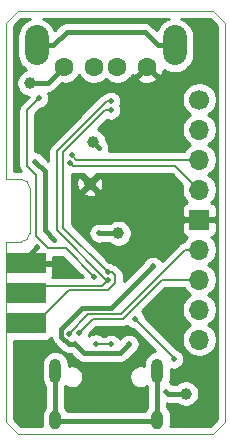
<source format=gbr>
G04 #@! TF.GenerationSoftware,KiCad,Pcbnew,(5.1.5)-3*
G04 #@! TF.CreationDate,2023-06-21T22:09:46+02:00*
G04 #@! TF.ProjectId,vkm,766b6d2e-6b69-4636-9164-5f7063625858,C*
G04 #@! TF.SameCoordinates,PX4395450PY715d7c0*
G04 #@! TF.FileFunction,Copper,L2,Bot*
G04 #@! TF.FilePolarity,Positive*
%FSLAX46Y46*%
G04 Gerber Fmt 4.6, Leading zero omitted, Abs format (unit mm)*
G04 Created by KiCad (PCBNEW (5.1.5)-3) date 2023-06-21 22:09:46*
%MOMM*%
%LPD*%
G04 APERTURE LIST*
%ADD10C,0.050000*%
%ADD11R,3.400000X1.700000*%
%ADD12C,1.000000*%
%ADD13O,1.700000X1.700000*%
%ADD14R,1.700000X1.700000*%
%ADD15C,1.700000*%
%ADD16O,1.000000X1.600000*%
%ADD17O,1.000000X2.100000*%
%ADD18C,1.600000*%
%ADD19O,2.000000X3.400000*%
%ADD20C,0.500000*%
%ADD21C,0.406400*%
%ADD22C,0.152400*%
%ADD23C,0.254000*%
G04 APERTURE END LIST*
D10*
X1016000Y37338000D02*
X0Y36322000D01*
X17526000Y37338000D02*
X18542000Y36322000D01*
X17526000Y1524000D02*
X18542000Y2540000D01*
X0Y2540000D02*
X1016000Y1524000D01*
X0Y17780000D02*
X0Y2540000D01*
X0Y23114000D02*
X0Y36322000D01*
X2032000Y18542000D02*
G75*
G02X1270000Y17780000I-762000J0D01*
G01*
X1270000Y23114000D02*
G75*
G02X2032000Y22352000I0J-762000D01*
G01*
X2032000Y18542000D02*
X2032000Y22352000D01*
X1270000Y17780000D02*
X0Y17780000D01*
X1270000Y23114000D02*
X0Y23114000D01*
X17526000Y37338000D02*
X1016000Y37338000D01*
X18542000Y2540000D02*
X18542000Y36322000D01*
X1016000Y1524000D02*
X17526000Y1524000D01*
D11*
X1697000Y10922000D03*
X1697000Y13462000D03*
X1697000Y16002000D03*
D12*
X7112000Y22733000D03*
X7366000Y26289000D03*
X9525000Y18542000D03*
X15240000Y4953000D03*
X2032000Y31242000D03*
D13*
X16383000Y9525000D03*
X16383000Y12065000D03*
X16383000Y14605000D03*
X16383000Y17145000D03*
D14*
X16383000Y19685000D03*
D13*
X16383000Y22225000D03*
X16383000Y24765000D03*
X16383000Y27305000D03*
D15*
X16383000Y29845000D03*
D16*
X12829000Y2727000D03*
X4189000Y2727000D03*
D17*
X12829000Y6907000D03*
X4189000Y6907000D03*
D18*
X4953000Y32628000D03*
X7453000Y32628000D03*
X9453000Y32628000D03*
X11953000Y32628000D03*
D19*
X2603000Y34428000D03*
X14303000Y34428000D03*
D20*
X7874000Y19685000D03*
X8953500Y17399000D03*
X9017000Y19748500D03*
X2667000Y17399000D03*
X2794000Y2794000D03*
X12446000Y36068000D03*
X6096000Y29591000D03*
X9144000Y6096000D03*
X11938000Y9144000D03*
X1143000Y32258000D03*
X2490459Y24588459D03*
X4114986Y17983024D03*
X7874000Y25781000D03*
X5842000Y9144000D03*
X10438808Y9144002D03*
X12446000Y15748000D03*
X13589000Y5080000D03*
X7493000Y14859000D03*
X2801101Y29950847D03*
X8890000Y9143992D03*
X7620000Y9186580D03*
X8890000Y29718000D03*
X8636000Y14587587D03*
X8890000Y28956000D03*
X8636000Y15240000D03*
X5461000Y24511000D03*
X5588948Y25150743D03*
X5334000Y10033000D03*
X6159500Y10096500D03*
X7874000Y18542000D03*
X10922000Y11303000D03*
X14224000Y7874000D03*
D21*
X1697000Y16429000D02*
X2667000Y17399000D01*
X1697000Y16002000D02*
X1697000Y16429000D01*
X9144000Y6096000D02*
X11938000Y8890000D01*
X11938000Y8890000D02*
X11938000Y9144000D01*
X3302000Y18796010D02*
X4114986Y17983024D01*
X2490459Y24588459D02*
X3302000Y23776918D01*
X3302000Y23776918D02*
X3302000Y18796010D01*
X7366000Y26289000D02*
X7874000Y25781000D01*
X5842000Y9144000D02*
X6604000Y8382000D01*
X6604000Y8382000D02*
X9676806Y8382000D01*
X9676806Y8382000D02*
X10438808Y9144002D01*
X5334000Y9144000D02*
X5842000Y9144000D01*
X8890000Y12192000D02*
X6477000Y12192000D01*
X12446000Y15748000D02*
X8890000Y12192000D01*
X6477000Y12192000D02*
X4699000Y10414000D01*
X4699000Y10414000D02*
X4699000Y9779000D01*
X4699000Y9779000D02*
X5334000Y9144000D01*
X15240000Y4953000D02*
X13716000Y4953000D01*
X13716000Y4953000D02*
X13589000Y5080000D01*
X3567000Y31242000D02*
X4953000Y32628000D01*
X2032000Y31242000D02*
X3567000Y31242000D01*
D22*
X7493000Y14859000D02*
X5080000Y17272000D01*
X5080000Y17272000D02*
X3556000Y17272000D01*
X3556000Y17272000D02*
X2540000Y18288000D01*
X2540000Y18288000D02*
X2540000Y23495000D01*
X2540000Y23495000D02*
X1778000Y24257000D01*
X1778000Y24257000D02*
X1778000Y28927746D01*
X1778000Y28927746D02*
X2801101Y29950847D01*
X8890000Y9143992D02*
X7662588Y9143992D01*
X7662588Y9143992D02*
X7620000Y9186580D01*
X8526413Y14587587D02*
X8636000Y14587587D01*
X4318000Y18796000D02*
X8526413Y14587587D01*
X8890000Y29718000D02*
X8536447Y29718000D01*
X4318000Y25499553D02*
X4318000Y18796000D01*
X8536447Y29718000D02*
X6858000Y28067000D01*
X6858000Y28067000D02*
X4318000Y25499553D01*
X8145413Y14097000D02*
X8636000Y14587587D01*
X2286000Y14097000D02*
X8145413Y14097000D01*
X1697000Y13462000D02*
X1697000Y13508000D01*
X1697000Y13508000D02*
X2286000Y14097000D01*
D21*
X2667000Y10795000D02*
X2286000Y10795000D01*
X2286000Y10795000D02*
X1905000Y11176000D01*
D22*
X4876811Y18999189D02*
X8636000Y15240000D01*
X8890000Y28956000D02*
X8382000Y28956000D01*
X4876811Y25450811D02*
X4876811Y18999189D01*
X8382000Y28956000D02*
X6604000Y27178000D01*
X6604000Y27178000D02*
X4876811Y25450811D01*
X8989553Y15240000D02*
X8636000Y15240000D01*
X9271000Y14958553D02*
X8989553Y15240000D01*
X2540000Y10922000D02*
X5334000Y13716000D01*
X1697000Y10922000D02*
X2540000Y10922000D01*
X5334000Y13716000D02*
X8636000Y13716000D01*
X8636000Y13716000D02*
X9271000Y14351000D01*
X9271000Y14351000D02*
X9271000Y14958553D01*
X14351000Y24257000D02*
X16383000Y22225000D01*
X14224000Y24257000D02*
X14351000Y24257000D01*
X5461000Y24511000D02*
X5710999Y24261001D01*
X14219999Y24261001D02*
X14224000Y24257000D01*
X5710999Y24261001D02*
X14219999Y24261001D01*
X5974691Y24765000D02*
X5588948Y25150743D01*
X16383000Y24765000D02*
X5974691Y24765000D01*
X9719919Y11684000D02*
X6985000Y11684000D01*
X6985000Y11684000D02*
X5334000Y10033000D01*
X16383000Y17145000D02*
X15180919Y17145000D01*
X15180919Y17145000D02*
X9719919Y11684000D01*
X7366000Y11303000D02*
X6159500Y10096500D01*
X9906000Y11303000D02*
X7366000Y11303000D01*
X16383000Y14605000D02*
X13208000Y14605000D01*
X13208000Y14605000D02*
X9906000Y11303000D01*
D21*
X12827000Y6916500D02*
X12773000Y6970500D01*
X4191000Y2667000D02*
X12827000Y2667000D01*
X4133000Y6970500D02*
X4191000Y6912500D01*
X12827000Y2667000D02*
X12827000Y6916500D01*
X4191000Y6912500D02*
X4191000Y2667000D01*
X12896600Y34428000D02*
X14303000Y34428000D01*
X5141400Y35560000D02*
X11764600Y35560000D01*
X2603000Y34428000D02*
X4009400Y34428000D01*
X11764600Y35560000D02*
X12896600Y34428000D01*
X4009400Y34428000D02*
X5141400Y35560000D01*
X7874000Y18542000D02*
X9525000Y18542000D01*
D22*
X10922000Y11303000D02*
X14224000Y8001000D01*
X14224000Y8001000D02*
X14224000Y7874000D01*
D23*
G36*
X10357845Y10615576D02*
G01*
X10502795Y10518723D01*
X10663855Y10452010D01*
X10792864Y10426348D01*
X12640306Y8578906D01*
X12606501Y8575577D01*
X12392553Y8510676D01*
X12195377Y8405284D01*
X12022551Y8263449D01*
X11880716Y8090623D01*
X11775324Y7893446D01*
X11710423Y7679498D01*
X11694000Y7512751D01*
X11694000Y7293904D01*
X11679022Y7300108D01*
X11493552Y7337000D01*
X11304448Y7337000D01*
X11118978Y7300108D01*
X10944269Y7227741D01*
X10787036Y7122681D01*
X10653319Y6988964D01*
X10548259Y6831731D01*
X10475892Y6657022D01*
X10439000Y6471552D01*
X10439000Y6282448D01*
X10475892Y6096978D01*
X10548259Y5922269D01*
X10653319Y5765036D01*
X10787036Y5631319D01*
X10944269Y5526259D01*
X11118978Y5453892D01*
X11304448Y5417000D01*
X11493552Y5417000D01*
X11679022Y5453892D01*
X11853731Y5526259D01*
X11975638Y5607715D01*
X11988801Y5591677D01*
X11988800Y3792324D01*
X11880716Y3660623D01*
X11797642Y3505200D01*
X5220359Y3505200D01*
X5137284Y3660623D01*
X5029200Y3792323D01*
X5029200Y5591677D01*
X5042362Y5607715D01*
X5164269Y5526259D01*
X5338978Y5453892D01*
X5524448Y5417000D01*
X5713552Y5417000D01*
X5899022Y5453892D01*
X6073731Y5526259D01*
X6230964Y5631319D01*
X6364681Y5765036D01*
X6469741Y5922269D01*
X6542108Y6096978D01*
X6579000Y6282448D01*
X6579000Y6471552D01*
X6542108Y6657022D01*
X6469741Y6831731D01*
X6364681Y6988964D01*
X6230964Y7122681D01*
X6073731Y7227741D01*
X5899022Y7300108D01*
X5713552Y7337000D01*
X5524448Y7337000D01*
X5338978Y7300108D01*
X5324000Y7293904D01*
X5324000Y7512752D01*
X5307577Y7679499D01*
X5242676Y7893447D01*
X5137284Y8090623D01*
X4995449Y8263449D01*
X4822623Y8405284D01*
X4625446Y8510676D01*
X4411498Y8575577D01*
X4189000Y8597491D01*
X3966501Y8575577D01*
X3752553Y8510676D01*
X3555377Y8405284D01*
X3382551Y8263449D01*
X3240716Y8090623D01*
X3135324Y7893446D01*
X3070423Y7679498D01*
X3054000Y7512751D01*
X3054000Y6301248D01*
X3070423Y6134501D01*
X3135324Y5920553D01*
X3240717Y5723377D01*
X3352800Y5586803D01*
X3352801Y3797198D01*
X3240716Y3660623D01*
X3135324Y3463446D01*
X3070423Y3249498D01*
X3054000Y3082751D01*
X3054000Y2371248D01*
X3070423Y2204501D01*
X3076642Y2184000D01*
X1289381Y2184000D01*
X660000Y2813380D01*
X660000Y9433928D01*
X3397000Y9433928D01*
X3521482Y9446188D01*
X3641180Y9482498D01*
X3751494Y9541463D01*
X3848185Y9620815D01*
X3869739Y9647078D01*
X3872929Y9614685D01*
X3920858Y9456684D01*
X3998691Y9311069D01*
X4073266Y9220200D01*
X4103437Y9183436D01*
X4135413Y9157194D01*
X4712191Y8580415D01*
X4738436Y8548436D01*
X4770412Y8522194D01*
X4770414Y8522192D01*
X4789746Y8506327D01*
X4866068Y8443691D01*
X5011683Y8365858D01*
X5169684Y8317929D01*
X5292830Y8305800D01*
X5292837Y8305800D01*
X5334000Y8301746D01*
X5375163Y8305800D01*
X5494807Y8305800D01*
X5982193Y7818413D01*
X6008436Y7786436D01*
X6040412Y7760194D01*
X6040414Y7760192D01*
X6080226Y7727519D01*
X6136068Y7681691D01*
X6281683Y7603858D01*
X6439684Y7555929D01*
X6562830Y7543800D01*
X6562837Y7543800D01*
X6604000Y7539746D01*
X6645163Y7543800D01*
X9635643Y7543800D01*
X9676806Y7539746D01*
X9717969Y7543800D01*
X9717976Y7543800D01*
X9841122Y7555929D01*
X9999123Y7603858D01*
X10144738Y7681691D01*
X10272370Y7786436D01*
X10298617Y7818417D01*
X10827134Y8346935D01*
X10858013Y8359725D01*
X11002963Y8456578D01*
X11126232Y8579847D01*
X11223085Y8724797D01*
X11289798Y8885857D01*
X11323808Y9056837D01*
X11323808Y9231167D01*
X11289798Y9402147D01*
X11223085Y9563207D01*
X11126232Y9708157D01*
X11002963Y9831426D01*
X10858013Y9928279D01*
X10696953Y9994992D01*
X10525973Y10029002D01*
X10351643Y10029002D01*
X10180663Y9994992D01*
X10019603Y9928279D01*
X9874653Y9831426D01*
X9751384Y9708157D01*
X9664401Y9577978D01*
X9577424Y9708147D01*
X9454155Y9831416D01*
X9309205Y9928269D01*
X9148145Y9994982D01*
X8977165Y10028992D01*
X8802835Y10028992D01*
X8631855Y9994982D01*
X8470795Y9928269D01*
X8361428Y9855192D01*
X8202967Y9855192D01*
X8184155Y9874004D01*
X8039205Y9970857D01*
X7878145Y10037570D01*
X7707165Y10071580D01*
X7532835Y10071580D01*
X7361855Y10037570D01*
X7200795Y9970857D01*
X7055845Y9874004D01*
X7003627Y9821786D01*
X7010490Y9838355D01*
X7036151Y9967364D01*
X7660589Y10591800D01*
X9871074Y10591800D01*
X9906000Y10588360D01*
X9940926Y10591800D01*
X9940936Y10591800D01*
X10045420Y10602091D01*
X10179481Y10642758D01*
X10278002Y10695419D01*
X10357845Y10615576D01*
G37*
X10357845Y10615576D02*
X10502795Y10518723D01*
X10663855Y10452010D01*
X10792864Y10426348D01*
X12640306Y8578906D01*
X12606501Y8575577D01*
X12392553Y8510676D01*
X12195377Y8405284D01*
X12022551Y8263449D01*
X11880716Y8090623D01*
X11775324Y7893446D01*
X11710423Y7679498D01*
X11694000Y7512751D01*
X11694000Y7293904D01*
X11679022Y7300108D01*
X11493552Y7337000D01*
X11304448Y7337000D01*
X11118978Y7300108D01*
X10944269Y7227741D01*
X10787036Y7122681D01*
X10653319Y6988964D01*
X10548259Y6831731D01*
X10475892Y6657022D01*
X10439000Y6471552D01*
X10439000Y6282448D01*
X10475892Y6096978D01*
X10548259Y5922269D01*
X10653319Y5765036D01*
X10787036Y5631319D01*
X10944269Y5526259D01*
X11118978Y5453892D01*
X11304448Y5417000D01*
X11493552Y5417000D01*
X11679022Y5453892D01*
X11853731Y5526259D01*
X11975638Y5607715D01*
X11988801Y5591677D01*
X11988800Y3792324D01*
X11880716Y3660623D01*
X11797642Y3505200D01*
X5220359Y3505200D01*
X5137284Y3660623D01*
X5029200Y3792323D01*
X5029200Y5591677D01*
X5042362Y5607715D01*
X5164269Y5526259D01*
X5338978Y5453892D01*
X5524448Y5417000D01*
X5713552Y5417000D01*
X5899022Y5453892D01*
X6073731Y5526259D01*
X6230964Y5631319D01*
X6364681Y5765036D01*
X6469741Y5922269D01*
X6542108Y6096978D01*
X6579000Y6282448D01*
X6579000Y6471552D01*
X6542108Y6657022D01*
X6469741Y6831731D01*
X6364681Y6988964D01*
X6230964Y7122681D01*
X6073731Y7227741D01*
X5899022Y7300108D01*
X5713552Y7337000D01*
X5524448Y7337000D01*
X5338978Y7300108D01*
X5324000Y7293904D01*
X5324000Y7512752D01*
X5307577Y7679499D01*
X5242676Y7893447D01*
X5137284Y8090623D01*
X4995449Y8263449D01*
X4822623Y8405284D01*
X4625446Y8510676D01*
X4411498Y8575577D01*
X4189000Y8597491D01*
X3966501Y8575577D01*
X3752553Y8510676D01*
X3555377Y8405284D01*
X3382551Y8263449D01*
X3240716Y8090623D01*
X3135324Y7893446D01*
X3070423Y7679498D01*
X3054000Y7512751D01*
X3054000Y6301248D01*
X3070423Y6134501D01*
X3135324Y5920553D01*
X3240717Y5723377D01*
X3352800Y5586803D01*
X3352801Y3797198D01*
X3240716Y3660623D01*
X3135324Y3463446D01*
X3070423Y3249498D01*
X3054000Y3082751D01*
X3054000Y2371248D01*
X3070423Y2204501D01*
X3076642Y2184000D01*
X1289381Y2184000D01*
X660000Y2813380D01*
X660000Y9433928D01*
X3397000Y9433928D01*
X3521482Y9446188D01*
X3641180Y9482498D01*
X3751494Y9541463D01*
X3848185Y9620815D01*
X3869739Y9647078D01*
X3872929Y9614685D01*
X3920858Y9456684D01*
X3998691Y9311069D01*
X4073266Y9220200D01*
X4103437Y9183436D01*
X4135413Y9157194D01*
X4712191Y8580415D01*
X4738436Y8548436D01*
X4770412Y8522194D01*
X4770414Y8522192D01*
X4789746Y8506327D01*
X4866068Y8443691D01*
X5011683Y8365858D01*
X5169684Y8317929D01*
X5292830Y8305800D01*
X5292837Y8305800D01*
X5334000Y8301746D01*
X5375163Y8305800D01*
X5494807Y8305800D01*
X5982193Y7818413D01*
X6008436Y7786436D01*
X6040412Y7760194D01*
X6040414Y7760192D01*
X6080226Y7727519D01*
X6136068Y7681691D01*
X6281683Y7603858D01*
X6439684Y7555929D01*
X6562830Y7543800D01*
X6562837Y7543800D01*
X6604000Y7539746D01*
X6645163Y7543800D01*
X9635643Y7543800D01*
X9676806Y7539746D01*
X9717969Y7543800D01*
X9717976Y7543800D01*
X9841122Y7555929D01*
X9999123Y7603858D01*
X10144738Y7681691D01*
X10272370Y7786436D01*
X10298617Y7818417D01*
X10827134Y8346935D01*
X10858013Y8359725D01*
X11002963Y8456578D01*
X11126232Y8579847D01*
X11223085Y8724797D01*
X11289798Y8885857D01*
X11323808Y9056837D01*
X11323808Y9231167D01*
X11289798Y9402147D01*
X11223085Y9563207D01*
X11126232Y9708157D01*
X11002963Y9831426D01*
X10858013Y9928279D01*
X10696953Y9994992D01*
X10525973Y10029002D01*
X10351643Y10029002D01*
X10180663Y9994992D01*
X10019603Y9928279D01*
X9874653Y9831426D01*
X9751384Y9708157D01*
X9664401Y9577978D01*
X9577424Y9708147D01*
X9454155Y9831416D01*
X9309205Y9928269D01*
X9148145Y9994982D01*
X8977165Y10028992D01*
X8802835Y10028992D01*
X8631855Y9994982D01*
X8470795Y9928269D01*
X8361428Y9855192D01*
X8202967Y9855192D01*
X8184155Y9874004D01*
X8039205Y9970857D01*
X7878145Y10037570D01*
X7707165Y10071580D01*
X7532835Y10071580D01*
X7361855Y10037570D01*
X7200795Y9970857D01*
X7055845Y9874004D01*
X7003627Y9821786D01*
X7010490Y9838355D01*
X7036151Y9967364D01*
X7660589Y10591800D01*
X9871074Y10591800D01*
X9906000Y10588360D01*
X9940926Y10591800D01*
X9940936Y10591800D01*
X10045420Y10602091D01*
X10179481Y10642758D01*
X10278002Y10695419D01*
X10357845Y10615576D01*
G36*
X17882001Y36048618D02*
G01*
X17882000Y2813381D01*
X17252620Y2184000D01*
X13941358Y2184000D01*
X13947577Y2204502D01*
X13964000Y2371249D01*
X13964000Y3082752D01*
X13947577Y3249499D01*
X13882676Y3463447D01*
X13777284Y3660623D01*
X13665200Y3797197D01*
X13665200Y4115748D01*
X13674830Y4114800D01*
X13674837Y4114800D01*
X13715999Y4110746D01*
X13757162Y4114800D01*
X14473068Y4114800D01*
X14516480Y4071388D01*
X14702376Y3947176D01*
X14908933Y3861617D01*
X15128212Y3818000D01*
X15351788Y3818000D01*
X15571067Y3861617D01*
X15777624Y3947176D01*
X15963520Y4071388D01*
X16121612Y4229480D01*
X16245824Y4415376D01*
X16331383Y4621933D01*
X16375000Y4841212D01*
X16375000Y5064788D01*
X16331383Y5284067D01*
X16245824Y5490624D01*
X16121612Y5676520D01*
X15963520Y5834612D01*
X15777624Y5958824D01*
X15571067Y6044383D01*
X15351788Y6088000D01*
X15128212Y6088000D01*
X14908933Y6044383D01*
X14702376Y5958824D01*
X14516480Y5834612D01*
X14473068Y5791200D01*
X14117572Y5791200D01*
X14008205Y5864277D01*
X13880803Y5917049D01*
X13882676Y5920553D01*
X13947577Y6134501D01*
X13964000Y6301248D01*
X13964000Y7023778D01*
X13965855Y7023010D01*
X14136835Y6989000D01*
X14311165Y6989000D01*
X14482145Y7023010D01*
X14643205Y7089723D01*
X14788155Y7186576D01*
X14911424Y7309845D01*
X15008277Y7454795D01*
X15074990Y7615855D01*
X15109000Y7786835D01*
X15109000Y7961165D01*
X15074990Y8132145D01*
X15008277Y8293205D01*
X14911424Y8438155D01*
X14788155Y8561424D01*
X14643205Y8658277D01*
X14522523Y8708265D01*
X11798652Y11432136D01*
X11772990Y11561145D01*
X11706277Y11722205D01*
X11609424Y11867155D01*
X11542683Y11933896D01*
X13502588Y13893800D01*
X15072214Y13893800D01*
X15229525Y13658368D01*
X15436368Y13451525D01*
X15610760Y13335000D01*
X15436368Y13218475D01*
X15229525Y13011632D01*
X15067010Y12768411D01*
X14955068Y12498158D01*
X14898000Y12211260D01*
X14898000Y11918740D01*
X14955068Y11631842D01*
X15067010Y11361589D01*
X15229525Y11118368D01*
X15436368Y10911525D01*
X15610760Y10795000D01*
X15436368Y10678475D01*
X15229525Y10471632D01*
X15067010Y10228411D01*
X14955068Y9958158D01*
X14898000Y9671260D01*
X14898000Y9378740D01*
X14955068Y9091842D01*
X15067010Y8821589D01*
X15229525Y8578368D01*
X15436368Y8371525D01*
X15679589Y8209010D01*
X15949842Y8097068D01*
X16236740Y8040000D01*
X16529260Y8040000D01*
X16816158Y8097068D01*
X17086411Y8209010D01*
X17329632Y8371525D01*
X17536475Y8578368D01*
X17698990Y8821589D01*
X17810932Y9091842D01*
X17868000Y9378740D01*
X17868000Y9671260D01*
X17810932Y9958158D01*
X17698990Y10228411D01*
X17536475Y10471632D01*
X17329632Y10678475D01*
X17155240Y10795000D01*
X17329632Y10911525D01*
X17536475Y11118368D01*
X17698990Y11361589D01*
X17810932Y11631842D01*
X17868000Y11918740D01*
X17868000Y12211260D01*
X17810932Y12498158D01*
X17698990Y12768411D01*
X17536475Y13011632D01*
X17329632Y13218475D01*
X17155240Y13335000D01*
X17329632Y13451525D01*
X17536475Y13658368D01*
X17698990Y13901589D01*
X17810932Y14171842D01*
X17868000Y14458740D01*
X17868000Y14751260D01*
X17810932Y15038158D01*
X17698990Y15308411D01*
X17536475Y15551632D01*
X17329632Y15758475D01*
X17155240Y15875000D01*
X17329632Y15991525D01*
X17536475Y16198368D01*
X17698990Y16441589D01*
X17810932Y16711842D01*
X17868000Y16998740D01*
X17868000Y17291260D01*
X17810932Y17578158D01*
X17698990Y17848411D01*
X17536475Y18091632D01*
X17404620Y18223487D01*
X17477180Y18245498D01*
X17587494Y18304463D01*
X17684185Y18383815D01*
X17763537Y18480506D01*
X17822502Y18590820D01*
X17858812Y18710518D01*
X17871072Y18835000D01*
X17868000Y19399250D01*
X17709250Y19558000D01*
X16510000Y19558000D01*
X16510000Y19538000D01*
X16256000Y19538000D01*
X16256000Y19558000D01*
X15056750Y19558000D01*
X14898000Y19399250D01*
X14894928Y18835000D01*
X14907188Y18710518D01*
X14943498Y18590820D01*
X15002463Y18480506D01*
X15081815Y18383815D01*
X15178506Y18304463D01*
X15288820Y18245498D01*
X15361380Y18223487D01*
X15229525Y18091632D01*
X15067018Y17848422D01*
X15041499Y17845909D01*
X14907438Y17805242D01*
X14804445Y17750191D01*
X14783886Y17739202D01*
X14702727Y17672597D01*
X14702723Y17672593D01*
X14675592Y17650327D01*
X14653326Y17623196D01*
X13217082Y16186952D01*
X13133424Y16312155D01*
X13010155Y16435424D01*
X12865205Y16532277D01*
X12704145Y16598990D01*
X12533165Y16633000D01*
X12358835Y16633000D01*
X12187855Y16598990D01*
X12026795Y16532277D01*
X11881845Y16435424D01*
X11758576Y16312155D01*
X11661723Y16167205D01*
X11648933Y16136327D01*
X9982200Y14469593D01*
X9982200Y14923628D01*
X9985640Y14958554D01*
X9982200Y14993480D01*
X9982200Y14993489D01*
X9971909Y15097973D01*
X9931242Y15232034D01*
X9865202Y15355586D01*
X9776327Y15463880D01*
X9749185Y15486155D01*
X9517155Y15718185D01*
X9494880Y15745327D01*
X9386586Y15834202D01*
X9263034Y15900242D01*
X9211793Y15915786D01*
X9200155Y15927424D01*
X9055205Y16024277D01*
X8894145Y16090990D01*
X8765137Y16116651D01*
X6252623Y18629165D01*
X6989000Y18629165D01*
X6989000Y18454835D01*
X7023010Y18283855D01*
X7089723Y18122795D01*
X7186576Y17977845D01*
X7309845Y17854576D01*
X7454795Y17757723D01*
X7615855Y17691010D01*
X7786835Y17657000D01*
X7961165Y17657000D01*
X8132145Y17691010D01*
X8163023Y17703800D01*
X8758068Y17703800D01*
X8801480Y17660388D01*
X8987376Y17536176D01*
X9193933Y17450617D01*
X9413212Y17407000D01*
X9636788Y17407000D01*
X9856067Y17450617D01*
X10062624Y17536176D01*
X10248520Y17660388D01*
X10406612Y17818480D01*
X10530824Y18004376D01*
X10616383Y18210933D01*
X10660000Y18430212D01*
X10660000Y18653788D01*
X10616383Y18873067D01*
X10530824Y19079624D01*
X10406612Y19265520D01*
X10248520Y19423612D01*
X10062624Y19547824D01*
X9856067Y19633383D01*
X9636788Y19677000D01*
X9413212Y19677000D01*
X9193933Y19633383D01*
X8987376Y19547824D01*
X8801480Y19423612D01*
X8758068Y19380200D01*
X8163023Y19380200D01*
X8132145Y19392990D01*
X7961165Y19427000D01*
X7786835Y19427000D01*
X7615855Y19392990D01*
X7454795Y19326277D01*
X7309845Y19229424D01*
X7186576Y19106155D01*
X7089723Y18961205D01*
X7023010Y18800145D01*
X6989000Y18629165D01*
X6252623Y18629165D01*
X5588011Y19293776D01*
X5588011Y21954834D01*
X6513439Y21954834D01*
X6548550Y21741412D01*
X6752826Y21650542D01*
X6970905Y21601269D01*
X7194406Y21595489D01*
X7414740Y21633423D01*
X7623440Y21713613D01*
X7675450Y21741412D01*
X7710561Y21954834D01*
X7112000Y22553395D01*
X6513439Y21954834D01*
X5588011Y21954834D01*
X5588011Y22650594D01*
X5974489Y22650594D01*
X6012423Y22430260D01*
X6092613Y22221560D01*
X6120412Y22169550D01*
X6333834Y22134439D01*
X6932395Y22733000D01*
X7291605Y22733000D01*
X7890166Y22134439D01*
X8103588Y22169550D01*
X8194458Y22373826D01*
X8243731Y22591905D01*
X8249511Y22815406D01*
X8211577Y23035740D01*
X8131387Y23244440D01*
X8103588Y23296450D01*
X7890166Y23331561D01*
X7291605Y22733000D01*
X6932395Y22733000D01*
X6333834Y23331561D01*
X6120412Y23296450D01*
X6029542Y23092174D01*
X5980269Y22874095D01*
X5974489Y22650594D01*
X5588011Y22650594D01*
X5588011Y23558474D01*
X5676063Y23549801D01*
X5676070Y23549801D01*
X5710999Y23546361D01*
X5745927Y23549801D01*
X6519795Y23549801D01*
X6513439Y23511166D01*
X7112000Y22912605D01*
X7710561Y23511166D01*
X7704205Y23549801D01*
X14052412Y23549801D01*
X14953241Y22648972D01*
X14898000Y22371260D01*
X14898000Y22078740D01*
X14955068Y21791842D01*
X15067010Y21521589D01*
X15229525Y21278368D01*
X15361380Y21146513D01*
X15288820Y21124502D01*
X15178506Y21065537D01*
X15081815Y20986185D01*
X15002463Y20889494D01*
X14943498Y20779180D01*
X14907188Y20659482D01*
X14894928Y20535000D01*
X14898000Y19970750D01*
X15056750Y19812000D01*
X16256000Y19812000D01*
X16256000Y19832000D01*
X16510000Y19832000D01*
X16510000Y19812000D01*
X17709250Y19812000D01*
X17868000Y19970750D01*
X17871072Y20535000D01*
X17858812Y20659482D01*
X17822502Y20779180D01*
X17763537Y20889494D01*
X17684185Y20986185D01*
X17587494Y21065537D01*
X17477180Y21124502D01*
X17404620Y21146513D01*
X17536475Y21278368D01*
X17698990Y21521589D01*
X17810932Y21791842D01*
X17868000Y22078740D01*
X17868000Y22371260D01*
X17810932Y22658158D01*
X17698990Y22928411D01*
X17536475Y23171632D01*
X17329632Y23378475D01*
X17155240Y23495000D01*
X17329632Y23611525D01*
X17536475Y23818368D01*
X17698990Y24061589D01*
X17810932Y24331842D01*
X17868000Y24618740D01*
X17868000Y24911260D01*
X17810932Y25198158D01*
X17698990Y25468411D01*
X17536475Y25711632D01*
X17329632Y25918475D01*
X17155240Y26035000D01*
X17329632Y26151525D01*
X17536475Y26358368D01*
X17698990Y26601589D01*
X17810932Y26871842D01*
X17868000Y27158740D01*
X17868000Y27451260D01*
X17810932Y27738158D01*
X17698990Y28008411D01*
X17536475Y28251632D01*
X17329632Y28458475D01*
X17155240Y28575000D01*
X17329632Y28691525D01*
X17536475Y28898368D01*
X17698990Y29141589D01*
X17810932Y29411842D01*
X17868000Y29698740D01*
X17868000Y29991260D01*
X17810932Y30278158D01*
X17698990Y30548411D01*
X17536475Y30791632D01*
X17329632Y30998475D01*
X17086411Y31160990D01*
X16816158Y31272932D01*
X16529260Y31330000D01*
X16236740Y31330000D01*
X15949842Y31272932D01*
X15679589Y31160990D01*
X15436368Y30998475D01*
X15229525Y30791632D01*
X15067010Y30548411D01*
X14955068Y30278158D01*
X14898000Y29991260D01*
X14898000Y29698740D01*
X14955068Y29411842D01*
X15067010Y29141589D01*
X15229525Y28898368D01*
X15436368Y28691525D01*
X15610760Y28575000D01*
X15436368Y28458475D01*
X15229525Y28251632D01*
X15067010Y28008411D01*
X14955068Y27738158D01*
X14898000Y27451260D01*
X14898000Y27158740D01*
X14955068Y26871842D01*
X15067010Y26601589D01*
X15229525Y26358368D01*
X15436368Y26151525D01*
X15610760Y26035000D01*
X15436368Y25918475D01*
X15229525Y25711632D01*
X15072214Y25476200D01*
X8705665Y25476200D01*
X8724990Y25522855D01*
X8759000Y25693835D01*
X8759000Y25868165D01*
X8724990Y26039145D01*
X8658277Y26200205D01*
X8561424Y26345155D01*
X8499810Y26406769D01*
X8457383Y26620067D01*
X8371824Y26826624D01*
X8247612Y27012520D01*
X8089520Y27170612D01*
X7903624Y27294824D01*
X7778458Y27346670D01*
X8564640Y28132851D01*
X8631855Y28105010D01*
X8802835Y28071000D01*
X8977165Y28071000D01*
X9148145Y28105010D01*
X9309205Y28171723D01*
X9454155Y28268576D01*
X9577424Y28391845D01*
X9674277Y28536795D01*
X9740990Y28697855D01*
X9775000Y28868835D01*
X9775000Y29043165D01*
X9740990Y29214145D01*
X9690102Y29337000D01*
X9740990Y29459855D01*
X9775000Y29630835D01*
X9775000Y29805165D01*
X9740990Y29976145D01*
X9674277Y30137205D01*
X9577424Y30282155D01*
X9454155Y30405424D01*
X9309205Y30502277D01*
X9148145Y30568990D01*
X8977165Y30603000D01*
X8802835Y30603000D01*
X8631855Y30568990D01*
X8470795Y30502277D01*
X8325845Y30405424D01*
X8314443Y30394022D01*
X8268417Y30380474D01*
X8265795Y30379100D01*
X8262966Y30378242D01*
X8203805Y30346620D01*
X8144326Y30315455D01*
X8142023Y30313597D01*
X8139414Y30312202D01*
X8087600Y30269679D01*
X8062621Y30249522D01*
X8060518Y30247454D01*
X8031120Y30223327D01*
X8010720Y30198470D01*
X6380722Y28595124D01*
X6376981Y28592020D01*
X6355777Y28570587D01*
X6334363Y28549523D01*
X6331260Y28545805D01*
X3838329Y26025935D01*
X3812673Y26004879D01*
X3789188Y25976262D01*
X3787841Y25974901D01*
X3767030Y25949263D01*
X3723798Y25896585D01*
X3722888Y25894883D01*
X3721673Y25893386D01*
X3689903Y25833171D01*
X3657758Y25773033D01*
X3657197Y25771184D01*
X3656299Y25769482D01*
X3636897Y25704264D01*
X3617091Y25638972D01*
X3616902Y25637051D01*
X3616352Y25635203D01*
X3610053Y25567511D01*
X3606800Y25534488D01*
X3606800Y25532560D01*
X3603371Y25495713D01*
X3606800Y25462715D01*
X3606800Y24657512D01*
X3287527Y24976785D01*
X3274736Y25007664D01*
X3177883Y25152614D01*
X3054614Y25275883D01*
X2909664Y25372736D01*
X2748604Y25439449D01*
X2577624Y25473459D01*
X2489200Y25473459D01*
X2489200Y28633159D01*
X2930238Y29074196D01*
X3059246Y29099857D01*
X3220306Y29166570D01*
X3365256Y29263423D01*
X3488525Y29386692D01*
X3585378Y29531642D01*
X3652091Y29692702D01*
X3686101Y29863682D01*
X3686101Y30038012D01*
X3652091Y30208992D01*
X3585378Y30370052D01*
X3565434Y30399900D01*
X3567000Y30399746D01*
X3608163Y30403800D01*
X3608170Y30403800D01*
X3731316Y30415929D01*
X3889317Y30463858D01*
X4034932Y30541691D01*
X4162564Y30646436D01*
X4188811Y30678418D01*
X4721357Y31210964D01*
X4811665Y31193000D01*
X5094335Y31193000D01*
X5371574Y31248147D01*
X5632727Y31356320D01*
X5867759Y31513363D01*
X6067637Y31713241D01*
X6203000Y31915827D01*
X6338363Y31713241D01*
X6538241Y31513363D01*
X6773273Y31356320D01*
X7034426Y31248147D01*
X7311665Y31193000D01*
X7594335Y31193000D01*
X7871574Y31248147D01*
X8132727Y31356320D01*
X8367759Y31513363D01*
X8453000Y31598604D01*
X8538241Y31513363D01*
X8773273Y31356320D01*
X9034426Y31248147D01*
X9311665Y31193000D01*
X9594335Y31193000D01*
X9871574Y31248147D01*
X10132727Y31356320D01*
X10367759Y31513363D01*
X10489694Y31635298D01*
X11139903Y31635298D01*
X11211486Y31391329D01*
X11466996Y31270429D01*
X11741184Y31201700D01*
X12023512Y31187783D01*
X12303130Y31229213D01*
X12569292Y31324397D01*
X12694514Y31391329D01*
X12766097Y31635298D01*
X11953000Y32448395D01*
X11139903Y31635298D01*
X10489694Y31635298D01*
X10567637Y31713241D01*
X10701692Y31913869D01*
X10716329Y31886486D01*
X10960298Y31814903D01*
X11773395Y32628000D01*
X11759253Y32642142D01*
X11938858Y32821747D01*
X11953000Y32807605D01*
X11967143Y32821747D01*
X12146748Y32642142D01*
X12132605Y32628000D01*
X12945702Y31814903D01*
X13189671Y31886486D01*
X13310571Y32141996D01*
X13369897Y32378671D01*
X13390249Y32361969D01*
X13674286Y32210148D01*
X13982485Y32116657D01*
X14303000Y32085089D01*
X14623516Y32116657D01*
X14931715Y32210148D01*
X15215752Y32361969D01*
X15464714Y32566286D01*
X15669031Y32815248D01*
X15820852Y33099285D01*
X15914343Y33407484D01*
X15938000Y33647678D01*
X15938000Y35208322D01*
X15914343Y35448516D01*
X15820852Y35756715D01*
X15669031Y36040752D01*
X15464714Y36289714D01*
X15215751Y36494031D01*
X14931714Y36645852D01*
X14825736Y36678000D01*
X17252620Y36678000D01*
X17882001Y36048618D01*
G37*
X17882001Y36048618D02*
X17882000Y2813381D01*
X17252620Y2184000D01*
X13941358Y2184000D01*
X13947577Y2204502D01*
X13964000Y2371249D01*
X13964000Y3082752D01*
X13947577Y3249499D01*
X13882676Y3463447D01*
X13777284Y3660623D01*
X13665200Y3797197D01*
X13665200Y4115748D01*
X13674830Y4114800D01*
X13674837Y4114800D01*
X13715999Y4110746D01*
X13757162Y4114800D01*
X14473068Y4114800D01*
X14516480Y4071388D01*
X14702376Y3947176D01*
X14908933Y3861617D01*
X15128212Y3818000D01*
X15351788Y3818000D01*
X15571067Y3861617D01*
X15777624Y3947176D01*
X15963520Y4071388D01*
X16121612Y4229480D01*
X16245824Y4415376D01*
X16331383Y4621933D01*
X16375000Y4841212D01*
X16375000Y5064788D01*
X16331383Y5284067D01*
X16245824Y5490624D01*
X16121612Y5676520D01*
X15963520Y5834612D01*
X15777624Y5958824D01*
X15571067Y6044383D01*
X15351788Y6088000D01*
X15128212Y6088000D01*
X14908933Y6044383D01*
X14702376Y5958824D01*
X14516480Y5834612D01*
X14473068Y5791200D01*
X14117572Y5791200D01*
X14008205Y5864277D01*
X13880803Y5917049D01*
X13882676Y5920553D01*
X13947577Y6134501D01*
X13964000Y6301248D01*
X13964000Y7023778D01*
X13965855Y7023010D01*
X14136835Y6989000D01*
X14311165Y6989000D01*
X14482145Y7023010D01*
X14643205Y7089723D01*
X14788155Y7186576D01*
X14911424Y7309845D01*
X15008277Y7454795D01*
X15074990Y7615855D01*
X15109000Y7786835D01*
X15109000Y7961165D01*
X15074990Y8132145D01*
X15008277Y8293205D01*
X14911424Y8438155D01*
X14788155Y8561424D01*
X14643205Y8658277D01*
X14522523Y8708265D01*
X11798652Y11432136D01*
X11772990Y11561145D01*
X11706277Y11722205D01*
X11609424Y11867155D01*
X11542683Y11933896D01*
X13502588Y13893800D01*
X15072214Y13893800D01*
X15229525Y13658368D01*
X15436368Y13451525D01*
X15610760Y13335000D01*
X15436368Y13218475D01*
X15229525Y13011632D01*
X15067010Y12768411D01*
X14955068Y12498158D01*
X14898000Y12211260D01*
X14898000Y11918740D01*
X14955068Y11631842D01*
X15067010Y11361589D01*
X15229525Y11118368D01*
X15436368Y10911525D01*
X15610760Y10795000D01*
X15436368Y10678475D01*
X15229525Y10471632D01*
X15067010Y10228411D01*
X14955068Y9958158D01*
X14898000Y9671260D01*
X14898000Y9378740D01*
X14955068Y9091842D01*
X15067010Y8821589D01*
X15229525Y8578368D01*
X15436368Y8371525D01*
X15679589Y8209010D01*
X15949842Y8097068D01*
X16236740Y8040000D01*
X16529260Y8040000D01*
X16816158Y8097068D01*
X17086411Y8209010D01*
X17329632Y8371525D01*
X17536475Y8578368D01*
X17698990Y8821589D01*
X17810932Y9091842D01*
X17868000Y9378740D01*
X17868000Y9671260D01*
X17810932Y9958158D01*
X17698990Y10228411D01*
X17536475Y10471632D01*
X17329632Y10678475D01*
X17155240Y10795000D01*
X17329632Y10911525D01*
X17536475Y11118368D01*
X17698990Y11361589D01*
X17810932Y11631842D01*
X17868000Y11918740D01*
X17868000Y12211260D01*
X17810932Y12498158D01*
X17698990Y12768411D01*
X17536475Y13011632D01*
X17329632Y13218475D01*
X17155240Y13335000D01*
X17329632Y13451525D01*
X17536475Y13658368D01*
X17698990Y13901589D01*
X17810932Y14171842D01*
X17868000Y14458740D01*
X17868000Y14751260D01*
X17810932Y15038158D01*
X17698990Y15308411D01*
X17536475Y15551632D01*
X17329632Y15758475D01*
X17155240Y15875000D01*
X17329632Y15991525D01*
X17536475Y16198368D01*
X17698990Y16441589D01*
X17810932Y16711842D01*
X17868000Y16998740D01*
X17868000Y17291260D01*
X17810932Y17578158D01*
X17698990Y17848411D01*
X17536475Y18091632D01*
X17404620Y18223487D01*
X17477180Y18245498D01*
X17587494Y18304463D01*
X17684185Y18383815D01*
X17763537Y18480506D01*
X17822502Y18590820D01*
X17858812Y18710518D01*
X17871072Y18835000D01*
X17868000Y19399250D01*
X17709250Y19558000D01*
X16510000Y19558000D01*
X16510000Y19538000D01*
X16256000Y19538000D01*
X16256000Y19558000D01*
X15056750Y19558000D01*
X14898000Y19399250D01*
X14894928Y18835000D01*
X14907188Y18710518D01*
X14943498Y18590820D01*
X15002463Y18480506D01*
X15081815Y18383815D01*
X15178506Y18304463D01*
X15288820Y18245498D01*
X15361380Y18223487D01*
X15229525Y18091632D01*
X15067018Y17848422D01*
X15041499Y17845909D01*
X14907438Y17805242D01*
X14804445Y17750191D01*
X14783886Y17739202D01*
X14702727Y17672597D01*
X14702723Y17672593D01*
X14675592Y17650327D01*
X14653326Y17623196D01*
X13217082Y16186952D01*
X13133424Y16312155D01*
X13010155Y16435424D01*
X12865205Y16532277D01*
X12704145Y16598990D01*
X12533165Y16633000D01*
X12358835Y16633000D01*
X12187855Y16598990D01*
X12026795Y16532277D01*
X11881845Y16435424D01*
X11758576Y16312155D01*
X11661723Y16167205D01*
X11648933Y16136327D01*
X9982200Y14469593D01*
X9982200Y14923628D01*
X9985640Y14958554D01*
X9982200Y14993480D01*
X9982200Y14993489D01*
X9971909Y15097973D01*
X9931242Y15232034D01*
X9865202Y15355586D01*
X9776327Y15463880D01*
X9749185Y15486155D01*
X9517155Y15718185D01*
X9494880Y15745327D01*
X9386586Y15834202D01*
X9263034Y15900242D01*
X9211793Y15915786D01*
X9200155Y15927424D01*
X9055205Y16024277D01*
X8894145Y16090990D01*
X8765137Y16116651D01*
X6252623Y18629165D01*
X6989000Y18629165D01*
X6989000Y18454835D01*
X7023010Y18283855D01*
X7089723Y18122795D01*
X7186576Y17977845D01*
X7309845Y17854576D01*
X7454795Y17757723D01*
X7615855Y17691010D01*
X7786835Y17657000D01*
X7961165Y17657000D01*
X8132145Y17691010D01*
X8163023Y17703800D01*
X8758068Y17703800D01*
X8801480Y17660388D01*
X8987376Y17536176D01*
X9193933Y17450617D01*
X9413212Y17407000D01*
X9636788Y17407000D01*
X9856067Y17450617D01*
X10062624Y17536176D01*
X10248520Y17660388D01*
X10406612Y17818480D01*
X10530824Y18004376D01*
X10616383Y18210933D01*
X10660000Y18430212D01*
X10660000Y18653788D01*
X10616383Y18873067D01*
X10530824Y19079624D01*
X10406612Y19265520D01*
X10248520Y19423612D01*
X10062624Y19547824D01*
X9856067Y19633383D01*
X9636788Y19677000D01*
X9413212Y19677000D01*
X9193933Y19633383D01*
X8987376Y19547824D01*
X8801480Y19423612D01*
X8758068Y19380200D01*
X8163023Y19380200D01*
X8132145Y19392990D01*
X7961165Y19427000D01*
X7786835Y19427000D01*
X7615855Y19392990D01*
X7454795Y19326277D01*
X7309845Y19229424D01*
X7186576Y19106155D01*
X7089723Y18961205D01*
X7023010Y18800145D01*
X6989000Y18629165D01*
X6252623Y18629165D01*
X5588011Y19293776D01*
X5588011Y21954834D01*
X6513439Y21954834D01*
X6548550Y21741412D01*
X6752826Y21650542D01*
X6970905Y21601269D01*
X7194406Y21595489D01*
X7414740Y21633423D01*
X7623440Y21713613D01*
X7675450Y21741412D01*
X7710561Y21954834D01*
X7112000Y22553395D01*
X6513439Y21954834D01*
X5588011Y21954834D01*
X5588011Y22650594D01*
X5974489Y22650594D01*
X6012423Y22430260D01*
X6092613Y22221560D01*
X6120412Y22169550D01*
X6333834Y22134439D01*
X6932395Y22733000D01*
X7291605Y22733000D01*
X7890166Y22134439D01*
X8103588Y22169550D01*
X8194458Y22373826D01*
X8243731Y22591905D01*
X8249511Y22815406D01*
X8211577Y23035740D01*
X8131387Y23244440D01*
X8103588Y23296450D01*
X7890166Y23331561D01*
X7291605Y22733000D01*
X6932395Y22733000D01*
X6333834Y23331561D01*
X6120412Y23296450D01*
X6029542Y23092174D01*
X5980269Y22874095D01*
X5974489Y22650594D01*
X5588011Y22650594D01*
X5588011Y23558474D01*
X5676063Y23549801D01*
X5676070Y23549801D01*
X5710999Y23546361D01*
X5745927Y23549801D01*
X6519795Y23549801D01*
X6513439Y23511166D01*
X7112000Y22912605D01*
X7710561Y23511166D01*
X7704205Y23549801D01*
X14052412Y23549801D01*
X14953241Y22648972D01*
X14898000Y22371260D01*
X14898000Y22078740D01*
X14955068Y21791842D01*
X15067010Y21521589D01*
X15229525Y21278368D01*
X15361380Y21146513D01*
X15288820Y21124502D01*
X15178506Y21065537D01*
X15081815Y20986185D01*
X15002463Y20889494D01*
X14943498Y20779180D01*
X14907188Y20659482D01*
X14894928Y20535000D01*
X14898000Y19970750D01*
X15056750Y19812000D01*
X16256000Y19812000D01*
X16256000Y19832000D01*
X16510000Y19832000D01*
X16510000Y19812000D01*
X17709250Y19812000D01*
X17868000Y19970750D01*
X17871072Y20535000D01*
X17858812Y20659482D01*
X17822502Y20779180D01*
X17763537Y20889494D01*
X17684185Y20986185D01*
X17587494Y21065537D01*
X17477180Y21124502D01*
X17404620Y21146513D01*
X17536475Y21278368D01*
X17698990Y21521589D01*
X17810932Y21791842D01*
X17868000Y22078740D01*
X17868000Y22371260D01*
X17810932Y22658158D01*
X17698990Y22928411D01*
X17536475Y23171632D01*
X17329632Y23378475D01*
X17155240Y23495000D01*
X17329632Y23611525D01*
X17536475Y23818368D01*
X17698990Y24061589D01*
X17810932Y24331842D01*
X17868000Y24618740D01*
X17868000Y24911260D01*
X17810932Y25198158D01*
X17698990Y25468411D01*
X17536475Y25711632D01*
X17329632Y25918475D01*
X17155240Y26035000D01*
X17329632Y26151525D01*
X17536475Y26358368D01*
X17698990Y26601589D01*
X17810932Y26871842D01*
X17868000Y27158740D01*
X17868000Y27451260D01*
X17810932Y27738158D01*
X17698990Y28008411D01*
X17536475Y28251632D01*
X17329632Y28458475D01*
X17155240Y28575000D01*
X17329632Y28691525D01*
X17536475Y28898368D01*
X17698990Y29141589D01*
X17810932Y29411842D01*
X17868000Y29698740D01*
X17868000Y29991260D01*
X17810932Y30278158D01*
X17698990Y30548411D01*
X17536475Y30791632D01*
X17329632Y30998475D01*
X17086411Y31160990D01*
X16816158Y31272932D01*
X16529260Y31330000D01*
X16236740Y31330000D01*
X15949842Y31272932D01*
X15679589Y31160990D01*
X15436368Y30998475D01*
X15229525Y30791632D01*
X15067010Y30548411D01*
X14955068Y30278158D01*
X14898000Y29991260D01*
X14898000Y29698740D01*
X14955068Y29411842D01*
X15067010Y29141589D01*
X15229525Y28898368D01*
X15436368Y28691525D01*
X15610760Y28575000D01*
X15436368Y28458475D01*
X15229525Y28251632D01*
X15067010Y28008411D01*
X14955068Y27738158D01*
X14898000Y27451260D01*
X14898000Y27158740D01*
X14955068Y26871842D01*
X15067010Y26601589D01*
X15229525Y26358368D01*
X15436368Y26151525D01*
X15610760Y26035000D01*
X15436368Y25918475D01*
X15229525Y25711632D01*
X15072214Y25476200D01*
X8705665Y25476200D01*
X8724990Y25522855D01*
X8759000Y25693835D01*
X8759000Y25868165D01*
X8724990Y26039145D01*
X8658277Y26200205D01*
X8561424Y26345155D01*
X8499810Y26406769D01*
X8457383Y26620067D01*
X8371824Y26826624D01*
X8247612Y27012520D01*
X8089520Y27170612D01*
X7903624Y27294824D01*
X7778458Y27346670D01*
X8564640Y28132851D01*
X8631855Y28105010D01*
X8802835Y28071000D01*
X8977165Y28071000D01*
X9148145Y28105010D01*
X9309205Y28171723D01*
X9454155Y28268576D01*
X9577424Y28391845D01*
X9674277Y28536795D01*
X9740990Y28697855D01*
X9775000Y28868835D01*
X9775000Y29043165D01*
X9740990Y29214145D01*
X9690102Y29337000D01*
X9740990Y29459855D01*
X9775000Y29630835D01*
X9775000Y29805165D01*
X9740990Y29976145D01*
X9674277Y30137205D01*
X9577424Y30282155D01*
X9454155Y30405424D01*
X9309205Y30502277D01*
X9148145Y30568990D01*
X8977165Y30603000D01*
X8802835Y30603000D01*
X8631855Y30568990D01*
X8470795Y30502277D01*
X8325845Y30405424D01*
X8314443Y30394022D01*
X8268417Y30380474D01*
X8265795Y30379100D01*
X8262966Y30378242D01*
X8203805Y30346620D01*
X8144326Y30315455D01*
X8142023Y30313597D01*
X8139414Y30312202D01*
X8087600Y30269679D01*
X8062621Y30249522D01*
X8060518Y30247454D01*
X8031120Y30223327D01*
X8010720Y30198470D01*
X6380722Y28595124D01*
X6376981Y28592020D01*
X6355777Y28570587D01*
X6334363Y28549523D01*
X6331260Y28545805D01*
X3838329Y26025935D01*
X3812673Y26004879D01*
X3789188Y25976262D01*
X3787841Y25974901D01*
X3767030Y25949263D01*
X3723798Y25896585D01*
X3722888Y25894883D01*
X3721673Y25893386D01*
X3689903Y25833171D01*
X3657758Y25773033D01*
X3657197Y25771184D01*
X3656299Y25769482D01*
X3636897Y25704264D01*
X3617091Y25638972D01*
X3616902Y25637051D01*
X3616352Y25635203D01*
X3610053Y25567511D01*
X3606800Y25534488D01*
X3606800Y25532560D01*
X3603371Y25495713D01*
X3606800Y25462715D01*
X3606800Y24657512D01*
X3287527Y24976785D01*
X3274736Y25007664D01*
X3177883Y25152614D01*
X3054614Y25275883D01*
X2909664Y25372736D01*
X2748604Y25439449D01*
X2577624Y25473459D01*
X2489200Y25473459D01*
X2489200Y28633159D01*
X2930238Y29074196D01*
X3059246Y29099857D01*
X3220306Y29166570D01*
X3365256Y29263423D01*
X3488525Y29386692D01*
X3585378Y29531642D01*
X3652091Y29692702D01*
X3686101Y29863682D01*
X3686101Y30038012D01*
X3652091Y30208992D01*
X3585378Y30370052D01*
X3565434Y30399900D01*
X3567000Y30399746D01*
X3608163Y30403800D01*
X3608170Y30403800D01*
X3731316Y30415929D01*
X3889317Y30463858D01*
X4034932Y30541691D01*
X4162564Y30646436D01*
X4188811Y30678418D01*
X4721357Y31210964D01*
X4811665Y31193000D01*
X5094335Y31193000D01*
X5371574Y31248147D01*
X5632727Y31356320D01*
X5867759Y31513363D01*
X6067637Y31713241D01*
X6203000Y31915827D01*
X6338363Y31713241D01*
X6538241Y31513363D01*
X6773273Y31356320D01*
X7034426Y31248147D01*
X7311665Y31193000D01*
X7594335Y31193000D01*
X7871574Y31248147D01*
X8132727Y31356320D01*
X8367759Y31513363D01*
X8453000Y31598604D01*
X8538241Y31513363D01*
X8773273Y31356320D01*
X9034426Y31248147D01*
X9311665Y31193000D01*
X9594335Y31193000D01*
X9871574Y31248147D01*
X10132727Y31356320D01*
X10367759Y31513363D01*
X10489694Y31635298D01*
X11139903Y31635298D01*
X11211486Y31391329D01*
X11466996Y31270429D01*
X11741184Y31201700D01*
X12023512Y31187783D01*
X12303130Y31229213D01*
X12569292Y31324397D01*
X12694514Y31391329D01*
X12766097Y31635298D01*
X11953000Y32448395D01*
X11139903Y31635298D01*
X10489694Y31635298D01*
X10567637Y31713241D01*
X10701692Y31913869D01*
X10716329Y31886486D01*
X10960298Y31814903D01*
X11773395Y32628000D01*
X11759253Y32642142D01*
X11938858Y32821747D01*
X11953000Y32807605D01*
X11967143Y32821747D01*
X12146748Y32642142D01*
X12132605Y32628000D01*
X12945702Y31814903D01*
X13189671Y31886486D01*
X13310571Y32141996D01*
X13369897Y32378671D01*
X13390249Y32361969D01*
X13674286Y32210148D01*
X13982485Y32116657D01*
X14303000Y32085089D01*
X14623516Y32116657D01*
X14931715Y32210148D01*
X15215752Y32361969D01*
X15464714Y32566286D01*
X15669031Y32815248D01*
X15820852Y33099285D01*
X15914343Y33407484D01*
X15938000Y33647678D01*
X15938000Y35208322D01*
X15914343Y35448516D01*
X15820852Y35756715D01*
X15669031Y36040752D01*
X15464714Y36289714D01*
X15215751Y36494031D01*
X14931714Y36645852D01*
X14825736Y36678000D01*
X17252620Y36678000D01*
X17882001Y36048618D01*
G36*
X6538011Y14808200D02*
G01*
X3933253Y14808200D01*
X3986502Y14907820D01*
X4022812Y15027518D01*
X4035072Y15152000D01*
X4032000Y15716250D01*
X3873250Y15875000D01*
X1824000Y15875000D01*
X1824000Y15855000D01*
X1570000Y15855000D01*
X1570000Y15875000D01*
X1550000Y15875000D01*
X1550000Y16129000D01*
X1570000Y16129000D01*
X1570000Y16149000D01*
X1824000Y16149000D01*
X1824000Y16129000D01*
X3873250Y16129000D01*
X4032000Y16287750D01*
X4033487Y16560800D01*
X4785413Y16560800D01*
X6538011Y14808200D01*
G37*
X6538011Y14808200D02*
X3933253Y14808200D01*
X3986502Y14907820D01*
X4022812Y15027518D01*
X4035072Y15152000D01*
X4032000Y15716250D01*
X3873250Y15875000D01*
X1824000Y15875000D01*
X1824000Y15855000D01*
X1570000Y15855000D01*
X1570000Y15875000D01*
X1550000Y15875000D01*
X1550000Y16129000D01*
X1570000Y16129000D01*
X1570000Y16149000D01*
X1824000Y16149000D01*
X1824000Y16129000D01*
X3873250Y16129000D01*
X4032000Y16287750D01*
X4033487Y16560800D01*
X4785413Y16560800D01*
X6538011Y14808200D01*
G36*
X1974285Y36645852D02*
G01*
X1690248Y36494031D01*
X1441286Y36289714D01*
X1236969Y36040751D01*
X1085148Y35756714D01*
X991657Y35448515D01*
X968000Y35208321D01*
X968000Y33647678D01*
X991657Y33407484D01*
X1085149Y33099285D01*
X1236970Y32815248D01*
X1441287Y32566286D01*
X1690249Y32361969D01*
X1732123Y32339587D01*
X1700933Y32333383D01*
X1494376Y32247824D01*
X1308480Y32123612D01*
X1150388Y31965520D01*
X1026176Y31779624D01*
X940617Y31573067D01*
X897000Y31353788D01*
X897000Y31130212D01*
X940617Y30910933D01*
X1026176Y30704376D01*
X1150388Y30518480D01*
X1308480Y30360388D01*
X1494376Y30236176D01*
X1700933Y30150617D01*
X1920212Y30107000D01*
X1929824Y30107000D01*
X1924450Y30079984D01*
X1299810Y29455343D01*
X1272674Y29433073D01*
X1250404Y29405937D01*
X1250403Y29405936D01*
X1206987Y29353033D01*
X1183799Y29324779D01*
X1117759Y29201227D01*
X1085663Y29095419D01*
X1077092Y29067165D01*
X1063360Y28927746D01*
X1066801Y28892810D01*
X1066800Y24291926D01*
X1063360Y24257000D01*
X1066800Y24222074D01*
X1066800Y24222065D01*
X1077091Y24117581D01*
X1117758Y23983520D01*
X1183798Y23859968D01*
X1254350Y23774000D01*
X660000Y23774000D01*
X660000Y36048620D01*
X1289381Y36678000D01*
X2080263Y36678000D01*
X1974285Y36645852D01*
G37*
X1974285Y36645852D02*
X1690248Y36494031D01*
X1441286Y36289714D01*
X1236969Y36040751D01*
X1085148Y35756714D01*
X991657Y35448515D01*
X968000Y35208321D01*
X968000Y33647678D01*
X991657Y33407484D01*
X1085149Y33099285D01*
X1236970Y32815248D01*
X1441287Y32566286D01*
X1690249Y32361969D01*
X1732123Y32339587D01*
X1700933Y32333383D01*
X1494376Y32247824D01*
X1308480Y32123612D01*
X1150388Y31965520D01*
X1026176Y31779624D01*
X940617Y31573067D01*
X897000Y31353788D01*
X897000Y31130212D01*
X940617Y30910933D01*
X1026176Y30704376D01*
X1150388Y30518480D01*
X1308480Y30360388D01*
X1494376Y30236176D01*
X1700933Y30150617D01*
X1920212Y30107000D01*
X1929824Y30107000D01*
X1924450Y30079984D01*
X1299810Y29455343D01*
X1272674Y29433073D01*
X1250404Y29405937D01*
X1250403Y29405936D01*
X1206987Y29353033D01*
X1183799Y29324779D01*
X1117759Y29201227D01*
X1085663Y29095419D01*
X1077092Y29067165D01*
X1063360Y28927746D01*
X1066801Y28892810D01*
X1066800Y24291926D01*
X1063360Y24257000D01*
X1066800Y24222074D01*
X1066800Y24222065D01*
X1077091Y24117581D01*
X1117758Y23983520D01*
X1183798Y23859968D01*
X1254350Y23774000D01*
X660000Y23774000D01*
X660000Y36048620D01*
X1289381Y36678000D01*
X2080263Y36678000D01*
X1974285Y36645852D01*
G36*
X13674285Y36645852D02*
G01*
X13390248Y36494031D01*
X13141286Y36289714D01*
X12936969Y36040751D01*
X12785148Y35756714D01*
X12777731Y35732263D01*
X12386411Y36123582D01*
X12360164Y36155564D01*
X12232532Y36260309D01*
X12086917Y36338142D01*
X11928916Y36386071D01*
X11805770Y36398200D01*
X11805763Y36398200D01*
X11764600Y36402254D01*
X11723437Y36398200D01*
X5182563Y36398200D01*
X5141400Y36402254D01*
X5100237Y36398200D01*
X5100230Y36398200D01*
X4977084Y36386071D01*
X4819083Y36338142D01*
X4673468Y36260309D01*
X4545836Y36155564D01*
X4519593Y36123587D01*
X4128269Y35732263D01*
X4120852Y35756715D01*
X3969031Y36040752D01*
X3764714Y36289714D01*
X3515751Y36494031D01*
X3231714Y36645852D01*
X3125736Y36678000D01*
X13780263Y36678000D01*
X13674285Y36645852D01*
G37*
X13674285Y36645852D02*
X13390248Y36494031D01*
X13141286Y36289714D01*
X12936969Y36040751D01*
X12785148Y35756714D01*
X12777731Y35732263D01*
X12386411Y36123582D01*
X12360164Y36155564D01*
X12232532Y36260309D01*
X12086917Y36338142D01*
X11928916Y36386071D01*
X11805770Y36398200D01*
X11805763Y36398200D01*
X11764600Y36402254D01*
X11723437Y36398200D01*
X5182563Y36398200D01*
X5141400Y36402254D01*
X5100237Y36398200D01*
X5100230Y36398200D01*
X4977084Y36386071D01*
X4819083Y36338142D01*
X4673468Y36260309D01*
X4545836Y36155564D01*
X4519593Y36123587D01*
X4128269Y35732263D01*
X4120852Y35756715D01*
X3969031Y36040752D01*
X3764714Y36289714D01*
X3515751Y36494031D01*
X3231714Y36645852D01*
X3125736Y36678000D01*
X13780263Y36678000D01*
X13674285Y36645852D01*
M02*

</source>
